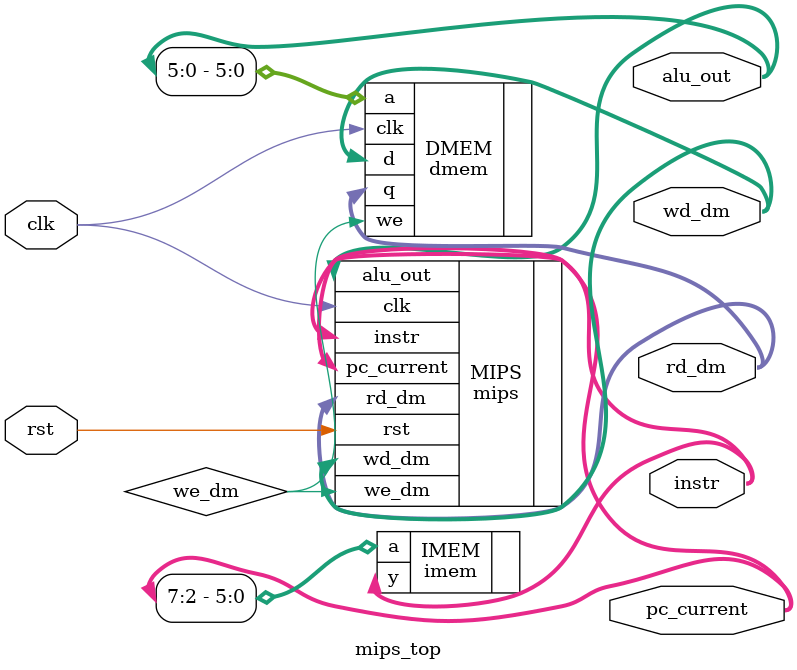
<source format=v>
module mips_top
(input clk, rst, output [31:0] pc_current, instr, alu_out, wd_dm, rd_dm);
    wire we_dm;
    mips      MIPS (.clk(clk), .rst(rst), .instr(instr), .rd_dm(rd_dm), .we_dm(we_dm), .pc_current(pc_current), .alu_out(alu_out), .wd_dm(wd_dm));
    imem #(32)IMEM (.a(pc_current[7:2]), .y(instr));
    dmem #(32)DMEM (.clk(clk), .we(we_dm), .a(alu_out[5:0]), .d(wd_dm), .q(rd_dm));
endmodule


</source>
